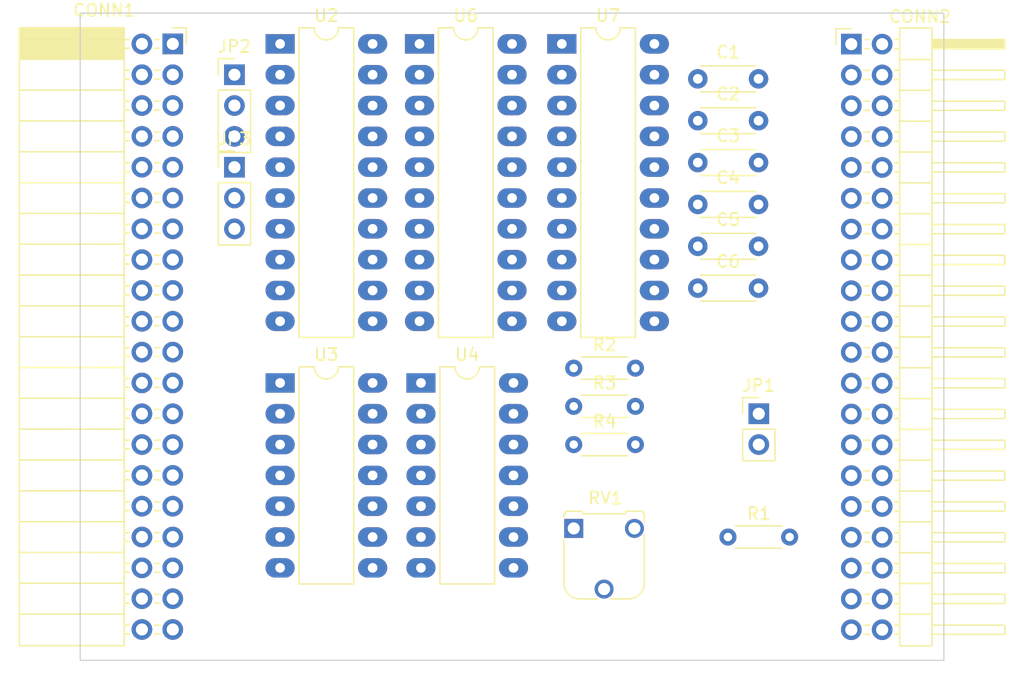
<source format=kicad_pcb>
(kicad_pcb (version 20240108) (generator "pcbnew") (generator_version "8.0")
  (title_block (title "Shadow Tracer Z80 Sampler") (date "2024-09-27") (rev "1.0") (company "Modular Circuits"))
  (layers (0 "F.Cu" signal) (31 "B.Cu" signal) (34 "B.Paste" user) (35 "F.Paste" user) (36 "B.SilkS" user "B.Silkscreen") (37 "F.SilkS" user "F.Silkscreen") (38 "B.Mask" user) (39 "F.Mask" user) (44 "Edge.Cuts" user))
  (net 0 "")
  (net 1 "GND")
  (net 2 "VCC")
  (net 3 "Net-(C1-Pad1)")
  (net 4 "Net-(JP1-A)")
  (net 5 "Net-(JP2-B)")
  (net 6 "/HOST_WAIT_N")
  (net 7 "/WAIT_N")
  (net 8 "Net-(JP3-A)")
  (net 9 "/HOST_RESET_N")
  (net 10 "/RESET_N")
  (net 11 "/CLK_N")
  (net 12 "/HOST_INT_N")
  (net 13 "/BUSREQ_N")
  (net 14 "/INT_N")
  (net 15 "/HOST_NMI_N")
  (net 16 "/HOST_BUSREQ_N")
  (net 17 "/NMI_N")
  (net 18 "/IORQ_N")
  (net 19 "/BUSAK_N")
  (net 20 "/RN_N")
  (net 21 "Net-(U3-Pad10)")
  (net 22 "Net-(U6-OE)")
  (net 23 "/MREQ_N")
  (net 24 "Net-(U7-CE)")
  (net 25 "Net-(U3-Pad12)")
  (net 26 "Net-(U4-Pad3)")
  (net 27 "/CLK")
  (net 28 "/CLK_2X")
  (net 29 "/HOST_D0")
  (net 30 "/HOST_D3")
  (net 31 "/HOST_D4")
  (net 32 "/HOST_D2")
  (net 33 "/D5")
  (net 34 "/HOST_D1")
  (net 35 "/D6")
  (net 36 "/D1")
  (net 37 "/D7")
  (net 38 "/HOST_D7")
  (net 39 "/D3")
  (net 40 "/HOST_D6")
  (net 41 "/D0")
  (net 42 "/D2")
  (net 43 "/D4")
  (net 44 "/HOST_D5")
  (net 45 "/HALT_N")
  (net 46 "/A9")
  (net 47 "/A4")
  (net 48 "/A3")
  (net 49 "/REFSH_N")
  (net 50 "/A8")
  (net 51 "/A2")
  (net 52 "/A13")
  (net 53 "/A6")
  (net 54 "/A10")
  (net 55 "/A1")
  (net 56 "/A11")
  (net 57 "/A7")
  (net 58 "/A12")
  (net 59 "/M1_N")
  (net 60 "/A15")
  (net 61 "/WR_N")
  (net 62 "/A0")
  (net 63 "/RD_N")
  (net 64 "/A5")
  (net 65 "/A14")
  (net 69 "Net-(U2-D7)")
  (net 70 "Net-(U2-D6)")
  (net 71 "Net-(U2-D5)")
  (footprint "Connector_PinSocket_2.54mm:PinSocket_2x20_P2.54mm_Horizontal" (layer "F.Cu") (at 45.72 20.32)
    (property "Reference" "CONN1" (at -5.65 -2.77 0) (layer "F.SilkS"))
    (property "Value" "Conn_02x20_Odd_Even")
    (pad "1" thru_hole rect (at 0 0) (size 1.7 1.7) (drill 1) (layers "*.Cu" "*.Mask") (net 56 "/A11"))
    (pad "2" thru_hole oval (at -2.54 0) (size 1.7 1.7) (drill 1) (layers "*.Cu" "*.Mask") (net 54 "/A10"))
    (pad "3" thru_hole oval (at 0 2.54) (size 1.7 1.7) (drill 1) (layers "*.Cu" "*.Mask") (net 58 "/A12"))
    (pad "4" thru_hole oval (at -2.54 2.54) (size 1.7 1.7) (drill 1) (layers "*.Cu" "*.Mask") (net 46 "/A9"))
    (pad "5" thru_hole oval (at 0 5.08) (size 1.7 1.7) (drill 1) (layers "*.Cu" "*.Mask") (net 52 "/A13"))
    (pad "6" thru_hole oval (at -2.54 5.08) (size 1.7 1.7) (drill 1) (layers "*.Cu" "*.Mask") (net 50 "/A8"))
    (pad "7" thru_hole oval (at 0 7.62) (size 1.7 1.7) (drill 1) (layers "*.Cu" "*.Mask") (net 65 "/A14"))
    (pad "8" thru_hole oval (at -2.54 7.62) (size 1.7 1.7) (drill 1) (layers "*.Cu" "*.Mask") (net 57 "/A7"))
    (pad "9" thru_hole oval (at 0 10.16) (size 1.7 1.7) (drill 1) (layers "*.Cu" "*.Mask") (net 60 "/A15"))
    (pad "10" thru_hole oval (at -2.54 10.16) (size 1.7 1.7) (drill 1) (layers "*.Cu" "*.Mask") (net 53 "/A6"))
    (pad "11" thru_hole oval (at 0 12.7) (size 1.7 1.7) (drill 1) (layers "*.Cu" "*.Mask") (net 27 "/CLK"))
    (pad "12" thru_hole oval (at -2.54 12.7) (size 1.7 1.7) (drill 1) (layers "*.Cu" "*.Mask") (net 64 "/A5"))
    (pad "13" thru_hole oval (at 0 15.24) (size 1.7 1.7) (drill 1) (layers "*.Cu" "*.Mask") (net 31 "/HOST_D4"))
    (pad "14" thru_hole oval (at -2.54 15.24) (size 1.7 1.7) (drill 1) (layers "*.Cu" "*.Mask") (net 47 "/A4"))
    (pad "15" thru_hole oval (at 0 17.78) (size 1.7 1.7) (drill 1) (layers "*.Cu" "*.Mask") (net 30 "/HOST_D3"))
    (pad "16" thru_hole oval (at -2.54 17.78) (size 1.7 1.7) (drill 1) (layers "*.Cu" "*.Mask") (net 48 "/A3"))
    (pad "17" thru_hole oval (at 0 20.32) (size 1.7 1.7) (drill 1) (layers "*.Cu" "*.Mask") (net 44 "/HOST_D5"))
    (pad "18" thru_hole oval (at -2.54 20.32) (size 1.7 1.7) (drill 1) (layers "*.Cu" "*.Mask") (net 51 "/A2"))
    (pad "19" thru_hole oval (at 0 22.86) (size 1.7 1.7) (drill 1) (layers "*.Cu" "*.Mask") (net 40 "/HOST_D6"))
    (pad "20" thru_hole oval (at -2.54 22.86) (size 1.7 1.7) (drill 1) (layers "*.Cu" "*.Mask") (net 55 "/A1"))
    (pad "21" thru_hole oval (at 0 25.4) (size 1.7 1.7) (drill 1) (layers "*.Cu" "*.Mask") (net 2 "VCC"))
    (pad "22" thru_hole oval (at -2.54 25.4) (size 1.7 1.7) (drill 1) (layers "*.Cu" "*.Mask") (net 62 "/A0"))
    (pad "23" thru_hole oval (at 0 27.94) (size 1.7 1.7) (drill 1) (layers "*.Cu" "*.Mask") (net 32 "/HOST_D2"))
    (pad "24" thru_hole oval (at -2.54 27.94) (size 1.7 1.7) (drill 1) (layers "*.Cu" "*.Mask") (net 1 "GND"))
    (pad "25" thru_hole oval (at 0 30.48) (size 1.7 1.7) (drill 1) (layers "*.Cu" "*.Mask") (net 38 "/HOST_D7"))
    (pad "26" thru_hole oval (at -2.54 30.48) (size 1.7 1.7) (drill 1) (layers "*.Cu" "*.Mask") (net 49 "/REFSH_N"))
    (pad "27" thru_hole oval (at 0 33.02) (size 1.7 1.7) (drill 1) (layers "*.Cu" "*.Mask") (net 29 "/HOST_D0"))
    (pad "28" thru_hole oval (at -2.54 33.02) (size 1.7 1.7) (drill 1) (layers "*.Cu" "*.Mask") (net 59 "/M1_N"))
    (pad "29" thru_hole oval (at 0 35.56) (size 1.7 1.7) (drill 1) (layers "*.Cu" "*.Mask") (net 34 "/HOST_D1"))
    (pad "30" thru_hole oval (at -2.54 35.56) (size 1.7 1.7) (drill 1) (layers "*.Cu" "*.Mask") (net 9 "/HOST_RESET_N"))
    (pad "31" thru_hole oval (at 0 38.1) (size 1.7 1.7) (drill 1) (layers "*.Cu" "*.Mask") (net 12 "/HOST_INT_N"))
    (pad "32" thru_hole oval (at -2.54 38.1) (size 1.7 1.7) (drill 1) (layers "*.Cu" "*.Mask") (net 16 "/HOST_BUSREQ_N"))
    (pad "33" thru_hole oval (at 0 40.64) (size 1.7 1.7) (drill 1) (layers "*.Cu" "*.Mask") (net 15 "/HOST_NMI_N"))
    (pad "34" thru_hole oval (at -2.54 40.64) (size 1.7 1.7) (drill 1) (layers "*.Cu" "*.Mask") (net 6 "/HOST_WAIT_N"))
    (pad "35" thru_hole oval (at 0 43.18) (size 1.7 1.7) (drill 1) (layers "*.Cu" "*.Mask") (net 45 "/HALT_N"))
    (pad "36" thru_hole oval (at -2.54 43.18) (size 1.7 1.7) (drill 1) (layers "*.Cu" "*.Mask") (net 19 "/BUSAK_N"))
    (pad "37" thru_hole oval (at 0 45.72) (size 1.7 1.7) (drill 1) (layers "*.Cu" "*.Mask") (net 23 "/MREQ_N"))
    (pad "38" thru_hole oval (at -2.54 45.72) (size 1.7 1.7) (drill 1) (layers "*.Cu" "*.Mask") (net 61 "/WR_N"))
    (pad "39" thru_hole oval (at 0 48.26) (size 1.7 1.7) (drill 1) (layers "*.Cu" "*.Mask") (net 18 "/IORQ_N"))
    (pad "40" thru_hole oval (at -2.54 48.26) (size 1.7 1.7) (drill 1) (layers "*.Cu" "*.Mask") (net 63 "/RD_N"))
  )
  (footprint "Connector_PinHeader_2.54mm:PinHeader_1x03_P2.54mm_Vertical" (layer "F.Cu") (at 50.8 22.86)
    (property "Reference" "JP2" (at 0 -2.33 0) (layer "F.SilkS"))
    (property "Value" "Jumper_3_Bridged12")
    (pad "1" thru_hole rect (at 0 0) (size 1.7 1.7) (drill 1) (layers "*.Cu" "*.Mask") (net 6 "/HOST_WAIT_N"))
    (pad "2" thru_hole oval (at 0 2.54) (size 1.7 1.7) (drill 1) (layers "*.Cu" "*.Mask") (net 7 "/WAIT_N"))
    (pad "3" thru_hole oval (at 0 5.08) (size 1.7 1.7) (drill 1) (layers "*.Cu" "*.Mask") (net 5 "Net-(JP2-B)"))
  )
  (footprint "Package_DIP:DIP-20_W7.62mm_LongPads" (layer "F.Cu") (at 66.04 20.32)
    (property "Reference" "U6" (at 3.81 -2.33 0) (layer "F.SilkS"))
    (property "Value" "74HCT574")
    (pad "1" thru_hole rect (at 0 0) (size 2.4 1.6) (drill 0.8) (layers "*.Cu" "*.Mask") (net 22 "Net-(U6-OE)"))
    (pad "2" thru_hole oval (at 0 2.54) (size 2.4 1.6) (drill 0.8) (layers "*.Cu" "*.Mask") (net 31 "/HOST_D4"))
    (pad "3" thru_hole oval (at 0 5.08) (size 2.4 1.6) (drill 0.8) (layers "*.Cu" "*.Mask") (net 30 "/HOST_D3"))
    (pad "4" thru_hole oval (at 0 7.62) (size 2.4 1.6) (drill 0.8) (layers "*.Cu" "*.Mask") (net 44 "/HOST_D5"))
    (pad "5" thru_hole oval (at 0 10.16) (size 2.4 1.6) (drill 0.8) (layers "*.Cu" "*.Mask") (net 40 "/HOST_D6"))
    (pad "6" thru_hole oval (at 0 12.7) (size 2.4 1.6) (drill 0.8) (layers "*.Cu" "*.Mask") (net 32 "/HOST_D2"))
    (pad "7" thru_hole oval (at 0 15.24) (size 2.4 1.6) (drill 0.8) (layers "*.Cu" "*.Mask") (net 38 "/HOST_D7"))
    (pad "8" thru_hole oval (at 0 17.78) (size 2.4 1.6) (drill 0.8) (layers "*.Cu" "*.Mask") (net 29 "/HOST_D0"))
    (pad "9" thru_hole oval (at 0 20.32) (size 2.4 1.6) (drill 0.8) (layers "*.Cu" "*.Mask") (net 34 "/HOST_D1"))
    (pad "10" thru_hole oval (at 0 22.86) (size 2.4 1.6) (drill 0.8) (layers "*.Cu" "*.Mask") (net 1 "GND"))
    (pad "11" thru_hole oval (at 7.62 22.86) (size 2.4 1.6) (drill 0.8) (layers "*.Cu" "*.Mask") (net 28 "/CLK_2X"))
    (pad "12" thru_hole oval (at 7.62 20.32) (size 2.4 1.6) (drill 0.8) (layers "*.Cu" "*.Mask") (net 36 "/D1"))
    (pad "13" thru_hole oval (at 7.62 17.78) (size 2.4 1.6) (drill 0.8) (layers "*.Cu" "*.Mask") (net 41 "/D0"))
    (pad "14" thru_hole oval (at 7.62 15.24) (size 2.4 1.6) (drill 0.8) (layers "*.Cu" "*.Mask") (net 37 "/D7"))
    (pad "15" thru_hole oval (at 7.62 12.7) (size 2.4 1.6) (drill 0.8) (layers "*.Cu" "*.Mask") (net 42 "/D2"))
    (pad "16" thru_hole oval (at 7.62 10.16) (size 2.4 1.6) (drill 0.8) (layers "*.Cu" "*.Mask") (net 35 "/D6"))
    (pad "17" thru_hole oval (at 7.62 7.62) (size 2.4 1.6) (drill 0.8) (layers "*.Cu" "*.Mask") (net 33 "/D5"))
    (pad "18" thru_hole oval (at 7.62 5.08) (size 2.4 1.6) (drill 0.8) (layers "*.Cu" "*.Mask") (net 39 "/D3"))
    (pad "19" thru_hole oval (at 7.62 2.54) (size 2.4 1.6) (drill 0.8) (layers "*.Cu" "*.Mask") (net 43 "/D4"))
    (pad "20" thru_hole oval (at 7.62 0) (size 2.4 1.6) (drill 0.8) (layers "*.Cu" "*.Mask") (net 2 "VCC"))
  )
  (footprint "Resistor_THT:R_Axial_DIN0204_L3.6mm_D1.6mm_P5.08mm_Horizontal" (layer "F.Cu") (at 78.74 53.34)
    (property "Reference" "R4" (at 2.54 -1.92 0) (layer "F.SilkS"))
    (property "Value" "10k")
    (pad "1" thru_hole circle (at 0 0) (size 1.4 1.4) (drill 0.7) (layers "*.Cu" "*.Mask") (net 71 "Net-(U2-D5)"))
    (pad "2" thru_hole oval (at 5.08 0) (size 1.4 1.4) (drill 0.7) (layers "*.Cu" "*.Mask") (net 1 "GND"))
  )
  (footprint "Capacitor_THT:C_Disc_D4.3mm_W1.9mm_P5.00mm" (layer "F.Cu") (at 88.96 30.1)
    (property "Reference" "C3" (at 2.5 -2.2 0) (layer "F.SilkS"))
    (property "Value" "1u")
    (pad "1" thru_hole circle (at 0 0) (size 1.6 1.6) (drill 0.8) (layers "*.Cu" "*.Mask") (net 2 "VCC"))
    (pad "2" thru_hole circle (at 5 0) (size 1.6 1.6) (drill 0.8) (layers "*.Cu" "*.Mask") (net 1 "GND"))
  )
  (footprint "Resistor_THT:R_Axial_DIN0204_L3.6mm_D1.6mm_P5.08mm_Horizontal" (layer "F.Cu") (at 78.74 47.04)
    (property "Reference" "R2" (at 2.54 -1.92 0) (layer "F.SilkS"))
    (property "Value" "10k")
    (pad "1" thru_hole circle (at 0 0) (size 1.4 1.4) (drill 0.7) (layers "*.Cu" "*.Mask") (net 69 "Net-(U2-D7)"))
    (pad "2" thru_hole oval (at 5.08 0) (size 1.4 1.4) (drill 0.7) (layers "*.Cu" "*.Mask") (net 1 "GND"))
  )
  (footprint "Capacitor_THT:C_Disc_D4.3mm_W1.9mm_P5.00mm" (layer "F.Cu") (at 88.96 40.45)
    (property "Reference" "C6" (at 2.5 -2.2 0) (layer "F.SilkS"))
    (property "Value" "1u")
    (pad "1" thru_hole circle (at 0 0) (size 1.6 1.6) (drill 0.8) (layers "*.Cu" "*.Mask") (net 2 "VCC"))
    (pad "2" thru_hole circle (at 5 0) (size 1.6 1.6) (drill 0.8) (layers "*.Cu" "*.Mask") (net 1 "GND"))
  )
  (footprint "Package_DIP:DIP-20_W7.62mm_LongPads" (layer "F.Cu") (at 54.56 20.32)
    (property "Reference" "U2" (at 3.81 -2.33 0) (layer "F.SilkS"))
    (property "Value" "74HCT574")
    (pad "1" thru_hole rect (at 0 0) (size 2.4 1.6) (drill 0.8) (layers "*.Cu" "*.Mask") (net 1 "GND"))
    (pad "2" thru_hole oval (at 0 2.54) (size 2.4 1.6) (drill 0.8) (layers "*.Cu" "*.Mask") (net 15 "/HOST_NMI_N"))
    (pad "3" thru_hole oval (at 0 5.08) (size 2.4 1.6) (drill 0.8) (layers "*.Cu" "*.Mask") (net 12 "/HOST_INT_N"))
    (pad "4" thru_hole oval (at 0 7.62) (size 2.4 1.6) (drill 0.8) (layers "*.Cu" "*.Mask") (net 16 "/HOST_BUSREQ_N"))
    (pad "5" thru_hole oval (at 0 10.16) (size 2.4 1.6) (drill 0.8) (layers "*.Cu" "*.Mask") (net 9 "/HOST_RESET_N"))
    (pad "6" thru_hole oval (at 0 12.7) (size 2.4 1.6) (drill 0.8) (layers "*.Cu" "*.Mask") (net 6 "/HOST_WAIT_N"))
    (pad "7" thru_hole oval (at 0 15.24) (size 2.4 1.6) (drill 0.8) (layers "*.Cu" "*.Mask") (net 71 "Net-(U2-D5)"))
    (pad "8" thru_hole oval (at 0 17.78) (size 2.4 1.6) (drill 0.8) (layers "*.Cu" "*.Mask") (net 70 "Net-(U2-D6)"))
    (pad "9" thru_hole oval (at 0 20.32) (size 2.4 1.6) (drill 0.8) (layers "*.Cu" "*.Mask") (net 69 "Net-(U2-D7)"))
    (pad "10" thru_hole oval (at 0 22.86) (size 2.4 1.6) (drill 0.8) (layers "*.Cu" "*.Mask") (net 1 "GND"))
    (pad "11" thru_hole oval (at 7.62 22.86) (size 2.4 1.6) (drill 0.8) (layers "*.Cu" "*.Mask") (net 11 "/CLK_N"))
    (pad "12" thru_hole oval (at 7.62 20.32) (size 2.4 1.6) (drill 0.8) (layers "*.Cu" "*.Mask"))
    (pad "13" thru_hole oval (at 7.62 17.78) (size 2.4 1.6) (drill 0.8) (layers "*.Cu" "*.Mask"))
    (pad "14" thru_hole oval (at 7.62 15.24) (size 2.4 1.6) (drill 0.8) (layers "*.Cu" "*.Mask"))
    (pad "15" thru_hole oval (at 7.62 12.7) (size 2.4 1.6) (drill 0.8) (layers "*.Cu" "*.Mask") (net 5 "Net-(JP2-B)"))
    (pad "16" thru_hole oval (at 7.62 10.16) (size 2.4 1.6) (drill 0.8) (layers "*.Cu" "*.Mask") (net 8 "Net-(JP3-A)"))
    (pad "17" thru_hole oval (at 7.62 7.62) (size 2.4 1.6) (drill 0.8) (layers "*.Cu" "*.Mask") (net 13 "/BUSREQ_N"))
    (pad "18" thru_hole oval (at 7.62 5.08) (size 2.4 1.6) (drill 0.8) (layers "*.Cu" "*.Mask") (net 14 "/INT_N"))
    (pad "19" thru_hole oval (at 7.62 2.54) (size 2.4 1.6) (drill 0.8) (layers "*.Cu" "*.Mask") (net 17 "/NMI_N"))
    (pad "20" thru_hole oval (at 7.62 0) (size 2.4 1.6) (drill 0.8) (layers "*.Cu" "*.Mask") (net 2 "VCC"))
  )
  (footprint "Connector_PinHeader_2.54mm:PinHeader_1x02_P2.54mm_Vertical" (layer "F.Cu") (at 93.98 50.8)
    (property "Reference" "JP1" (at 0 -2.33 0) (layer "F.SilkS"))
    (property "Value" "Jumper_2_Open")
    (pad "1" thru_hole rect (at 0 0) (size 1.7 1.7) (drill 1) (layers "*.Cu" "*.Mask") (net 4 "Net-(JP1-A)"))
    (pad "2" thru_hole oval (at 0 2.54) (size 1.7 1.7) (drill 1) (layers "*.Cu" "*.Mask") (net 2 "VCC"))
  )
  (footprint "Connector_PinHeader_2.54mm:PinHeader_1x03_P2.54mm_Vertical" (layer "F.Cu") (at 50.8 30.48)
    (property "Reference" "JP3" (at 0 -2.33 0) (layer "F.SilkS"))
    (property "Value" "Jumper_3_Bridged12")
    (pad "1" thru_hole rect (at 0 0) (size 1.7 1.7) (drill 1) (layers "*.Cu" "*.Mask") (net 8 "Net-(JP3-A)"))
    (pad "2" thru_hole oval (at 0 2.54) (size 1.7 1.7) (drill 1) (layers "*.Cu" "*.Mask") (net 10 "/RESET_N"))
    (pad "3" thru_hole oval (at 0 5.08) (size 1.7 1.7) (drill 1) (layers "*.Cu" "*.Mask") (net 9 "/HOST_RESET_N"))
  )
  (footprint "Potentiometer_THT:Potentiometer_Runtron_RM-065_Vertical" (layer "F.Cu") (at 78.74 60.25)
    (property "Reference" "RV1" (at 2.6 -2.5 0) (layer "F.SilkS"))
    (property "Value" "100")
    (pad "1" thru_hole rect (at 0 0) (size 1.56 1.56) (drill 1) (layers "*.Cu" "*.Mask") (net 3 "Net-(C1-Pad1)"))
    (pad "2" thru_hole circle (at 2.5 5) (size 1.56 1.56) (drill 1) (layers "*.Cu" "*.Mask") (net 11 "/CLK_N"))
    (pad "3" thru_hole circle (at 5 0) (size 1.56 1.56) (drill 1) (layers "*.Cu" "*.Mask") (net 11 "/CLK_N"))
  )
  (footprint "Capacitor_THT:C_Disc_D4.3mm_W1.9mm_P5.00mm" (layer "F.Cu") (at 88.96 33.55)
    (property "Reference" "C4" (at 2.5 -2.2 0) (layer "F.SilkS"))
    (property "Value" "1u")
    (pad "1" thru_hole circle (at 0 0) (size 1.6 1.6) (drill 0.8) (layers "*.Cu" "*.Mask") (net 2 "VCC"))
    (pad "2" thru_hole circle (at 5 0) (size 1.6 1.6) (drill 0.8) (layers "*.Cu" "*.Mask") (net 1 "GND"))
  )
  (footprint "Connector_PinHeader_2.54mm:PinHeader_2x20_P2.54mm_Horizontal" (layer "F.Cu") (at 101.6 20.34)
    (property "Reference" "CONN2" (at 5.655 -2.27 0) (layer "F.SilkS"))
    (property "Value" "Conn_02x20_Odd_Even")
    (pad "1" thru_hole rect (at 0 0) (size 1.7 1.7) (drill 1) (layers "*.Cu" "*.Mask") (net 56 "/A11"))
    (pad "2" thru_hole oval (at 2.54 0) (size 1.7 1.7) (drill 1) (layers "*.Cu" "*.Mask") (net 54 "/A10"))
    (pad "3" thru_hole oval (at 0 2.54) (size 1.7 1.7) (drill 1) (layers "*.Cu" "*.Mask") (net 58 "/A12"))
    (pad "4" thru_hole oval (at 2.54 2.54) (size 1.7 1.7) (drill 1) (layers "*.Cu" "*.Mask") (net 46 "/A9"))
    (pad "5" thru_hole oval (at 0 5.08) (size 1.7 1.7) (drill 1) (layers "*.Cu" "*.Mask") (net 52 "/A13"))
    (pad "6" thru_hole oval (at 2.54 5.08) (size 1.7 1.7) (drill 1) (layers "*.Cu" "*.Mask") (net 50 "/A8"))
    (pad "7" thru_hole oval (at 0 7.62) (size 1.7 1.7) (drill 1) (layers "*.Cu" "*.Mask") (net 65 "/A14"))
    (pad "8" thru_hole oval (at 2.54 7.62) (size 1.7 1.7) (drill 1) (layers "*.Cu" "*.Mask") (net 57 "/A7"))
    (pad "9" thru_hole oval (at 0 10.16) (size 1.7 1.7) (drill 1) (layers "*.Cu" "*.Mask") (net 60 "/A15"))
    (pad "10" thru_hole oval (at 2.54 10.16) (size 1.7 1.7) (drill 1) (layers "*.Cu" "*.Mask") (net 53 "/A6"))
    (pad "11" thru_hole oval (at 0 12.7) (size 1.7 1.7) (drill 1) (layers "*.Cu" "*.Mask") (net 27 "/CLK"))
    (pad "12" thru_hole oval (at 2.54 12.7) (size 1.7 1.7) (drill 1) (layers "*.Cu" "*.Mask") (net 64 "/A5"))
    (pad "13" thru_hole oval (at 0 15.24) (size 1.7 1.7) (drill 1) (layers "*.Cu" "*.Mask") (net 43 "/D4"))
    (pad "14" thru_hole oval (at 2.54 15.24) (size 1.7 1.7) (drill 1) (layers "*.Cu" "*.Mask") (net 47 "/A4"))
    (pad "15" thru_hole oval (at 0 17.78) (size 1.7 1.7) (drill 1) (layers "*.Cu" "*.Mask") (net 39 "/D3"))
    (pad "16" thru_hole oval (at 2.54 17.78) (size 1.7 1.7) (drill 1) (layers "*.Cu" "*.Mask") (net 48 "/A3"))
    (pad "17" thru_hole oval (at 0 20.32) (size 1.7 1.7) (drill 1) (layers "*.Cu" "*.Mask") (net 33 "/D5"))
    (pad "18" thru_hole oval (at 2.54 20.32) (size 1.7 1.7) (drill 1) (layers "*.Cu" "*.Mask") (net 51 "/A2"))
    (pad "19" thru_hole oval (at 0 22.86) (size 1.7 1.7) (drill 1) (layers "*.Cu" "*.Mask") (net 35 "/D6"))
    (pad "20" thru_hole oval (at 2.54 22.86) (size 1.7 1.7) (drill 1) (layers "*.Cu" "*.Mask") (net 55 "/A1"))
    (pad "21" thru_hole oval (at 0 25.4) (size 1.7 1.7) (drill 1) (layers "*.Cu" "*.Mask") (net 2 "VCC"))
    (pad "22" thru_hole oval (at 2.54 25.4) (size 1.7 1.7) (drill 1) (layers "*.Cu" "*.Mask") (net 62 "/A0"))
    (pad "23" thru_hole oval (at 0 27.94) (size 1.7 1.7) (drill 1) (layers "*.Cu" "*.Mask") (net 42 "/D2"))
    (pad "24" thru_hole oval (at 2.54 27.94) (size 1.7 1.7) (drill 1) (layers "*.Cu" "*.Mask") (net 1 "GND"))
    (pad "25" thru_hole oval (at 0 30.48) (size 1.7 1.7) (drill 1) (layers "*.Cu" "*.Mask") (net 37 "/D7"))
    (pad "26" thru_hole oval (at 2.54 30.48) (size 1.7 1.7) (drill 1) (layers "*.Cu" "*.Mask") (net 49 "/REFSH_N"))
    (pad "27" thru_hole oval (at 0 33.02) (size 1.7 1.7) (drill 1) (layers "*.Cu" "*.Mask") (net 41 "/D0"))
    (pad "28" thru_hole oval (at 2.54 33.02) (size 1.7 1.7) (drill 1) (layers "*.Cu" "*.Mask") (net 59 "/M1_N"))
    (pad "29" thru_hole oval (at 0 35.56) (size 1.7 1.7) (drill 1) (layers "*.Cu" "*.Mask") (net 36 "/D1"))
    (pad "30" thru_hole oval (at 2.54 35.56) (size 1.7 1.7) (drill 1) (layers "*.Cu" "*.Mask") (net 10 "/RESET_N"))
    (pad "31" thru_hole oval (at 0 38.1) (size 1.7 1.7) (drill 1) (layers "*.Cu" "*.Mask") (net 14 "/INT_N"))
    (pad "32" thru_hole oval (at 2.54 38.1) (size 1.7 1.7) (drill 1) (layers "*.Cu" "*.Mask") (net 13 "/BUSREQ_N"))
    (pad "33" thru_hole oval (at 0 40.64) (size 1.7 1.7) (drill 1) (layers "*.Cu" "*.Mask") (net 17 "/NMI_N"))
    (pad "34" thru_hole oval (at 2.54 40.64) (size 1.7 1.7) (drill 1) (layers "*.Cu" "*.Mask") (net 7 "/WAIT_N"))
    (pad "35" thru_hole oval (at 0 43.18) (size 1.7 1.7) (drill 1) (layers "*.Cu" "*.Mask") (net 45 "/HALT_N"))
    (pad "36" thru_hole oval (at 2.54 43.18) (size 1.7 1.7) (drill 1) (layers "*.Cu" "*.Mask") (net 19 "/BUSAK_N"))
    (pad "37" thru_hole oval (at 0 45.72) (size 1.7 1.7) (drill 1) (layers "*.Cu" "*.Mask") (net 23 "/MREQ_N"))
    (pad "38" thru_hole oval (at 2.54 45.72) (size 1.7 1.7) (drill 1) (layers "*.Cu" "*.Mask") (net 61 "/WR_N"))
    (pad "39" thru_hole oval (at 0 48.26) (size 1.7 1.7) (drill 1) (layers "*.Cu" "*.Mask") (net 18 "/IORQ_N"))
    (pad "40" thru_hole oval (at 2.54 48.26) (size 1.7 1.7) (drill 1) (layers "*.Cu" "*.Mask") (net 63 "/RD_N"))
  )
  (footprint "Capacitor_THT:C_Disc_D4.3mm_W1.9mm_P5.00mm" (layer "F.Cu") (at 88.96 37)
    (property "Reference" "C5" (at 2.5 -2.2 0) (layer "F.SilkS"))
    (property "Value" "1u")
    (pad "1" thru_hole circle (at 0 0) (size 1.6 1.6) (drill 0.8) (layers "*.Cu" "*.Mask") (net 2 "VCC"))
    (pad "2" thru_hole circle (at 5 0) (size 1.6 1.6) (drill 0.8) (layers "*.Cu" "*.Mask") (net 1 "GND"))
  )
  (footprint "Package_DIP:DIP-20_W7.62mm_LongPads" (layer "F.Cu") (at 77.76 20.32)
    (property "Reference" "U7" (at 3.81 -2.33 0) (layer "F.SilkS"))
    (property "Value" "74HCT245")
    (pad "1" thru_hole rect (at 0 0) (size 2.4 1.6) (drill 0.8) (layers "*.Cu" "*.Mask") (net 1 "GND"))
    (pad "2" thru_hole oval (at 0 2.54) (size 2.4 1.6) (drill 0.8) (layers "*.Cu" "*.Mask") (net 31 "/HOST_D4"))
    (pad "3" thru_hole oval (at 0 5.08) (size 2.4 1.6) (drill 0.8) (layers "*.Cu" "*.Mask") (net 30 "/HOST_D3"))
    (pad "4" thru_hole oval (at 0 7.62) (size 2.4 1.6) (drill 0.8) (layers "*.Cu" "*.Mask") (net 44 "/HOST_D5"))
    (pad "5" thru_hole oval (at 0 10.16) (size 2.4 1.6) (drill 0.8) (layers "*.Cu" "*.Mask") (net 40 "/HOST_D6"))
    (pad "6" thru_hole oval (at 0 12.7) (size 2.4 1.6) (drill 0.8) (layers "*.Cu" "*.Mask") (net 32 "/HOST_D2"))
    (pad "7" thru_hole oval (at 0 15.24) (size 2.4 1.6) (drill 0.8) (layers "*.Cu" "*.Mask") (net 38 "/HOST_D7"))
    (pad "8" thru_hole oval (at 0 17.78) (size 2.4 1.6) (drill 0.8) (layers "*.Cu" "*.Mask") (net 29 "/HOST_D0"))
    (pad "9" thru_hole oval (at 0 20.32) (size 2.4 1.6) (drill 0.8) (layers "*.Cu" "*.Mask") (net 34 "/HOST_D1"))
    (pad "10" thru_hole oval (at 0 22.86) (size 2.4 1.6) (drill 0.8) (layers "*.Cu" "*.Mask") (net 1 "GND"))
    (pad "11" thru_hole oval (at 7.62 22.86) (size 2.4 1.6) (drill 0.8) (layers "*.Cu" "*.Mask") (net 36 "/D1"))
    (pad "12" thru_hole oval (at 7.62 20.32) (size 2.4 1.6) (drill 0.8) (layers "*.Cu" "*.Mask") (net 41 "/D0"))
    (pad "13" thru_hole oval (at 7.62 17.78) (size 2.4 1.6) (drill 0.8) (layers "*.Cu" "*.Mask") (net 37 "/D7"))
    (pad "14" thru_hole oval (at 7.62 15.24) (size 2.4 1.6) (drill 0.8) (layers "*.Cu" "*.Mask") (net 42 "/D2"))
    (pad "15" thru_hole oval (at 7.62 12.7) (size 2.4 1.6) (drill 0.8) (layers "*.Cu" "*.Mask") (net 35 "/D6"))
    (pad "16" thru_hole oval (at 7.62 10.16) (size 2.4 1.6) (drill 0.8) (layers "*.Cu" "*.Mask") (net 33 "/D5"))
    (pad "17" thru_hole oval (at 7.62 7.62) (size 2.4 1.6) (drill 0.8) (layers "*.Cu" "*.Mask") (net 39 "/D3"))
    (pad "18" thru_hole oval (at 7.62 5.08) (size 2.4 1.6) (drill 0.8) (layers "*.Cu" "*.Mask") (net 43 "/D4"))
    (pad "19" thru_hole oval (at 7.62 2.54) (size 2.4 1.6) (drill 0.8) (layers "*.Cu" "*.Mask") (net 24 "Net-(U7-CE)"))
    (pad "20" thru_hole oval (at 7.62 0) (size 2.4 1.6) (drill 0.8) (layers "*.Cu" "*.Mask") (net 2 "VCC"))
  )
  (footprint "Resistor_THT:R_Axial_DIN0204_L3.6mm_D1.6mm_P5.08mm_Horizontal" (layer "F.Cu") (at 78.74 50.19)
    (property "Reference" "R3" (at 2.54 -1.92 0) (layer "F.SilkS"))
    (property "Value" "10k")
    (pad "1" thru_hole circle (at 0 0) (size 1.4 1.4) (drill 0.7) (layers "*.Cu" "*.Mask") (net 70 "Net-(U2-D6)"))
    (pad "2" thru_hole oval (at 5.08 0) (size 1.4 1.4) (drill 0.7) (layers "*.Cu" "*.Mask") (net 1 "GND"))
  )
  (footprint "Package_DIP:DIP-14_W7.62mm_LongPads" (layer "F.Cu") (at 54.56 48.26)
    (property "Reference" "U3" (at 3.81 -2.33 0) (layer "F.SilkS"))
    (property "Value" "74HCT10")
    (pad "1" thru_hole rect (at 0 0) (size 2.4 1.6) (drill 0.8) (layers "*.Cu" "*.Mask") (net 23 "/MREQ_N"))
    (pad "2" thru_hole oval (at 0 2.54) (size 2.4 1.6) (drill 0.8) (layers "*.Cu" "*.Mask") (net 18 "/IORQ_N"))
    (pad "3" thru_hole oval (at 0 5.08) (size 2.4 1.6) (drill 0.8) (layers "*.Cu" "*.Mask") (net 25 "Net-(U3-Pad12)"))
    (pad "4" thru_hole oval (at 0 7.62) (size 2.4 1.6) (drill 0.8) (layers "*.Cu" "*.Mask") (net 19 "/BUSAK_N"))
    (pad "5" thru_hole oval (at 0 10.16) (size 2.4 1.6) (drill 0.8) (layers "*.Cu" "*.Mask") (net 20 "/RN_N"))
    (pad "6" thru_hole oval (at 0 12.7) (size 2.4 1.6) (drill 0.8) (layers "*.Cu" "*.Mask") (net 24 "Net-(U7-CE)"))
    (pad "7" thru_hole oval (at 0 15.24) (size 2.4 1.6) (drill 0.8) (layers "*.Cu" "*.Mask") (net 1 "GND"))
    (pad "8" thru_hole oval (at 7.62 15.24) (size 2.4 1.6) (drill 0.8) (layers "*.Cu" "*.Mask") (net 22 "Net-(U6-OE)"))
    (pad "9" thru_hole oval (at 7.62 12.7) (size 2.4 1.6) (drill 0.8) (layers "*.Cu" "*.Mask") (net 2 "VCC"))
    (pad "10" thru_hole oval (at 7.62 10.16) (size 2.4 1.6) (drill 0.8) (layers "*.Cu" "*.Mask") (net 21 "Net-(U3-Pad10)"))
    (pad "11" thru_hole oval (at 7.62 7.62) (size 2.4 1.6) (drill 0.8) (layers "*.Cu" "*.Mask") (net 19 "/BUSAK_N"))
    (pad "12" thru_hole oval (at 7.62 5.08) (size 2.4 1.6) (drill 0.8) (layers "*.Cu" "*.Mask") (net 25 "Net-(U3-Pad12)"))
    (pad "13" thru_hole oval (at 7.62 2.54) (size 2.4 1.6) (drill 0.8) (layers "*.Cu" "*.Mask") (net 2 "VCC"))
    (pad "14" thru_hole oval (at 7.62 0) (size 2.4 1.6) (drill 0.8) (layers "*.Cu" "*.Mask") (net 2 "VCC"))
  )
  (footprint "Package_DIP:DIP-14_W7.62mm_LongPads" (layer "F.Cu") (at 66.16 48.26)
    (property "Reference" "U4" (at 3.81 -2.33 0) (layer "F.SilkS"))
    (property "Value" "74HC86")
    (pad "1" thru_hole rect (at 0 0) (size 2.4 1.6) (drill 0.8) (layers "*.Cu" "*.Mask") (net 3 "Net-(C1-Pad1)"))
    (pad "2" thru_hole oval (at 0 2.54) (size 2.4 1.6) (drill 0.8) (layers "*.Cu" "*.Mask") (net 11 "/CLK_N"))
    (pad "3" thru_hole oval (at 0 5.08) (size 2.4 1.6) (drill 0.8) (layers "*.Cu" "*.Mask") (net 26 "Net-(U4-Pad3)"))
    (pad "4" thru_hole oval (at 0 7.62) (size 2.4 1.6) (drill 0.8) (layers "*.Cu" "*.Mask") (net 4 "Net-(JP1-A)"))
    (pad "5" thru_hole oval (at 0 10.16) (size 2.4 1.6) (drill 0.8) (layers "*.Cu" "*.Mask") (net 26 "Net-(U4-Pad3)"))
    (pad "6" thru_hole oval (at 0 12.7) (size 2.4 1.6) (drill 0.8) (layers "*.Cu" "*.Mask") (net 28 "/CLK_2X"))
    (pad "7" thru_hole oval (at 0 15.24) (size 2.4 1.6) (drill 0.8) (layers "*.Cu" "*.Mask") (net 1 "GND"))
    (pad "8" thru_hole oval (at 7.62 15.24) (size 2.4 1.6) (drill 0.8) (layers "*.Cu" "*.Mask") (net 11 "/CLK_N"))
    (pad "9" thru_hole oval (at 7.62 12.7) (size 2.4 1.6) (drill 0.8) (layers "*.Cu" "*.Mask") (net 2 "VCC"))
    (pad "10" thru_hole oval (at 7.62 10.16) (size 2.4 1.6) (drill 0.8) (layers "*.Cu" "*.Mask") (net 27 "/CLK"))
    (pad "11" thru_hole oval (at 7.62 7.62) (size 2.4 1.6) (drill 0.8) (layers "*.Cu" "*.Mask") (net 21 "Net-(U3-Pad10)"))
    (pad "12" thru_hole oval (at 7.62 5.08) (size 2.4 1.6) (drill 0.8) (layers "*.Cu" "*.Mask") (net 2 "VCC"))
    (pad "13" thru_hole oval (at 7.62 2.54) (size 2.4 1.6) (drill 0.8) (layers "*.Cu" "*.Mask") (net 20 "/RN_N"))
    (pad "14" thru_hole oval (at 7.62 0) (size 2.4 1.6) (drill 0.8) (layers "*.Cu" "*.Mask") (net 2 "VCC"))
  )
  (footprint "Resistor_THT:R_Axial_DIN0204_L3.6mm_D1.6mm_P5.08mm_Horizontal" (layer "F.Cu") (at 91.44 60.96)
    (property "Reference" "R1" (at 2.54 -1.92 0) (layer "F.SilkS"))
    (property "Value" "10k")
    (pad "1" thru_hole circle (at 0 0) (size 1.4 1.4) (drill 0.7) (layers "*.Cu" "*.Mask") (net 4 "Net-(JP1-A)"))
    (pad "2" thru_hole oval (at 5.08 0) (size 1.4 1.4) (drill 0.7) (layers "*.Cu" "*.Mask") (net 1 "GND"))
  )
  (footprint "Capacitor_THT:C_Disc_D4.3mm_W1.9mm_P5.00mm" (layer "F.Cu") (at 88.96 26.65)
    (property "Reference" "C2" (at 2.5 -2.2 0) (layer "F.SilkS"))
    (property "Value" "1u")
    (pad "1" thru_hole circle (at 0 0) (size 1.6 1.6) (drill 0.8) (layers "*.Cu" "*.Mask") (net 2 "VCC"))
    (pad "2" thru_hole circle (at 5 0) (size 1.6 1.6) (drill 0.8) (layers "*.Cu" "*.Mask") (net 1 "GND"))
  )
  (footprint "Capacitor_THT:C_Disc_D4.3mm_W1.9mm_P5.00mm" (layer "F.Cu") (at 88.96 23.2)
    (property "Reference" "C1" (at 2.5 -2.2 0) (layer "F.SilkS"))
    (property "Value" "1n")
    (pad "1" thru_hole circle (at 0 0) (size 1.6 1.6) (drill 0.8) (layers "*.Cu" "*.Mask") (net 3 "Net-(C1-Pad1)"))
    (pad "2" thru_hole circle (at 5 0) (size 1.6 1.6) (drill 0.8) (layers "*.Cu" "*.Mask") (net 1 "GND"))
  )
  (gr_line (start 109.22 71.12) (end 109.22 17.78) (stroke (width 0.1)) (layer "Edge.Cuts"))
  (gr_line (start 109.22 17.78) (end 38.1 17.78) (stroke (width 0.1)) (layer "Edge.Cuts"))
  (gr_line (start 38.1 71.12) (end 109.22 71.12) (stroke (width 0.1)) (layer "Edge.Cuts"))
  (gr_line (start 38.1 17.78) (end 38.1 71.12) (stroke (width 0.1)) (layer "Edge.Cuts"))
)
</source>
